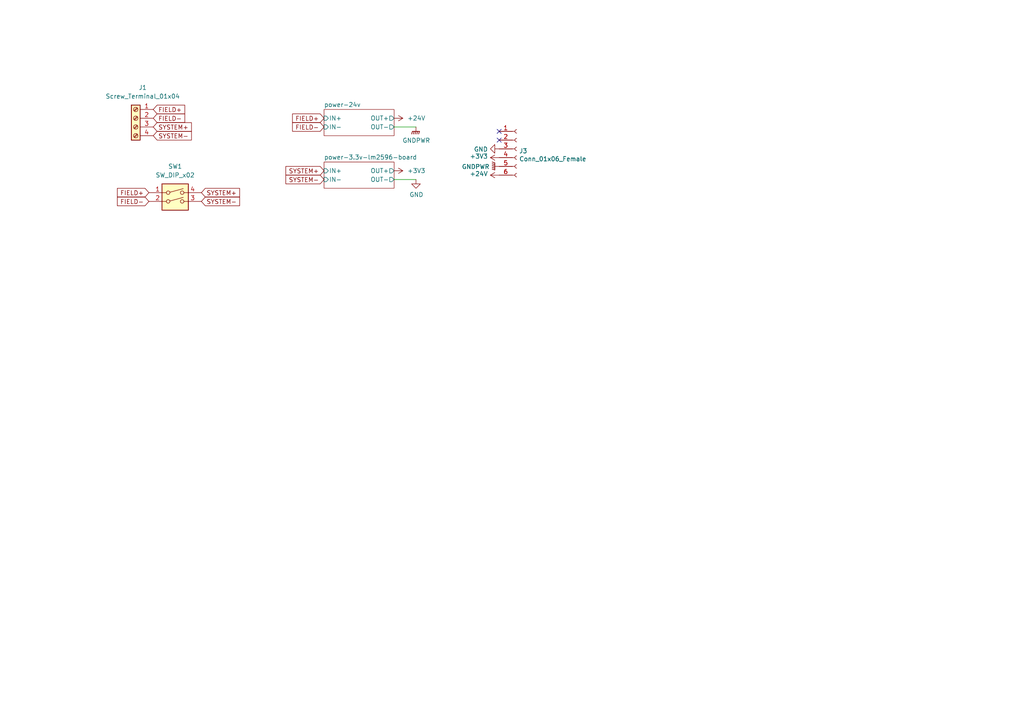
<source format=kicad_sch>
(kicad_sch (version 20210621) (generator eeschema)
  (paper "A4")
  (lib_symbols
    (symbol "Connector:Conn_01x06_Female" (pin_names (offset 1.016) hide)
      (property "Reference" "J" (at 0 7.62 0))
      (property "Value" "Conn_01x06_Female" (at 0 -10.16 0))
      (symbol "Conn_01x06_Female_1_1"
        (arc (start 0 -7.112) (end 0 -8.128) (radius (at 0 -7.62) (length 0.508) (angles 90.1 -90.1)) (stroke (width 0.1524)))
        (arc (start 0 -4.572) (end 0 -5.588) (radius (at 0 -5.08) (length 0.508) (angles 90.1 -90.1)) (stroke (width 0.1524)))
        (arc (start 0 -2.032) (end 0 -3.048) (radius (at 0 -2.54) (length 0.508) (angles 90.1 -90.1)) (stroke (width 0.1524)))
        (arc (start 0 0.508) (end 0 -0.508) (radius (at 0 0) (length 0.508) (angles 90.1 -90.1)) (stroke (width 0.1524)))
        (arc (start 0 3.048) (end 0 2.032) (radius (at 0 2.54) (length 0.508) (angles 90.1 -90.1)) (stroke (width 0.1524)))
        (arc (start 0 5.588) (end 0 4.572) (radius (at 0 5.08) (length 0.508) (angles 90.1 -90.1)) (stroke (width 0.1524)))
        (polyline (pts (xy -1.27 -7.62) (xy -0.508 -7.62)) (stroke (width 0.1524)))
        (polyline (pts (xy -1.27 -5.08) (xy -0.508 -5.08)) (stroke (width 0.1524)))
        (polyline (pts (xy -1.27 -2.54) (xy -0.508 -2.54)) (stroke (width 0.1524)))
        (polyline (pts (xy -1.27 0) (xy -0.508 0)) (stroke (width 0.1524)))
        (polyline (pts (xy -1.27 2.54) (xy -0.508 2.54)) (stroke (width 0.1524)))
        (polyline (pts (xy -1.27 5.08) (xy -0.508 5.08)) (stroke (width 0.1524)))
        (pin passive line (at -5.08 5.08 0) (length 3.81) (name "Pin_1") (number "1"))
        (pin passive line (at -5.08 2.54 0) (length 3.81) (name "Pin_2") (number "2"))
        (pin passive line (at -5.08 0 0) (length 3.81) (name "Pin_3") (number "3"))
        (pin passive line (at -5.08 -2.54 0) (length 3.81) (name "Pin_4") (number "4"))
        (pin passive line (at -5.08 -5.08 0) (length 3.81) (name "Pin_5") (number "5"))
        (pin passive line (at -5.08 -7.62 0) (length 3.81) (name "Pin_6") (number "6"))
      )
    )
    (symbol "Connector:Screw_Terminal_01x04" (pin_names (offset 1.016) hide)
      (property "Reference" "J" (at 0 5.08 0))
      (property "Value" "Screw_Terminal_01x04" (at 0 -7.62 0))
      (symbol "Screw_Terminal_01x04_1_1"
        (circle (center 0 -5.08) (radius 0.635) (stroke (width 0.1524)))
        (circle (center 0 -2.54) (radius 0.635) (stroke (width 0.1524)))
        (circle (center 0 0) (radius 0.635) (stroke (width 0.1524)))
        (circle (center 0 2.54) (radius 0.635) (stroke (width 0.1524)))
        (rectangle (start -1.27 3.81) (end 1.27 -6.35) (stroke (width 0.254)) (fill (type background)))
        (polyline (pts (xy -0.5334 -4.7498) (xy 0.3302 -5.588)) (stroke (width 0.1524)))
        (polyline (pts (xy -0.5334 -2.2098) (xy 0.3302 -3.048)) (stroke (width 0.1524)))
        (polyline (pts (xy -0.5334 0.3302) (xy 0.3302 -0.508)) (stroke (width 0.1524)))
        (polyline (pts (xy -0.5334 2.8702) (xy 0.3302 2.032)) (stroke (width 0.1524)))
        (polyline (pts (xy -0.3556 -4.572) (xy 0.508 -5.4102)) (stroke (width 0.1524)))
        (polyline (pts (xy -0.3556 -2.032) (xy 0.508 -2.8702)) (stroke (width 0.1524)))
        (polyline (pts (xy -0.3556 0.508) (xy 0.508 -0.3302)) (stroke (width 0.1524)))
        (polyline (pts (xy -0.3556 3.048) (xy 0.508 2.2098)) (stroke (width 0.1524)))
        (pin passive line (at -5.08 2.54 0) (length 3.81) (name "Pin_1") (number "1"))
        (pin passive line (at -5.08 0 0) (length 3.81) (name "Pin_2") (number "2"))
        (pin passive line (at -5.08 -2.54 0) (length 3.81) (name "Pin_3") (number "3"))
        (pin passive line (at -5.08 -5.08 0) (length 3.81) (name "Pin_4") (number "4"))
      )
    )
    (symbol "Switch:SW_DIP_x02" (pin_names (offset 0) hide)
      (property "Reference" "SW" (at 0 6.35 0))
      (property "Value" "SW_DIP_x02" (at 0 -3.81 0))
      (symbol "SW_DIP_x02_0_0"
        (circle (center -2.032 0) (radius 0.508))
        (circle (center -2.032 2.54) (radius 0.508))
        (circle (center 2.032 0) (radius 0.508))
        (circle (center 2.032 2.54) (radius 0.508))
        (polyline (pts (xy -1.524 0.127) (xy 2.3622 1.1684)))
        (polyline (pts (xy -1.524 2.667) (xy 2.3622 3.7084)))
      )
      (symbol "SW_DIP_x02_0_1"
        (rectangle (start -3.81 5.08) (end 3.81 -2.54) (stroke (width 0.254)) (fill (type background)))
      )
      (symbol "SW_DIP_x02_1_1"
        (pin passive line (at -7.62 2.54 0) (length 5.08) (name "~") (number "1"))
        (pin passive line (at -7.62 0 0) (length 5.08) (name "~") (number "2"))
        (pin passive line (at 7.62 0 180) (length 5.08) (name "~") (number "3"))
        (pin passive line (at 7.62 2.54 180) (length 5.08) (name "~") (number "4"))
      )
    )
    (symbol "power:+24V" (power) (pin_names (offset 0))
      (property "Value" "+24V" (at 0 3.556 0))
      (symbol "+24V_0_1"
        (polyline (pts (xy -0.762 1.27) (xy 0 2.54)))
        (polyline (pts (xy 0 0) (xy 0 2.54)))
        (polyline (pts (xy 0 2.54) (xy 0.762 1.27)))
      )
      (symbol "+24V_1_1"
        (pin power_in line (at 0 0 90) (length 0) hide (name "+24V") (number "1"))
      )
    )
    (symbol "power:+3.3V" (power) (pin_names (offset 0))
      (property "Value" "+3.3V" (at 0 3.556 0))
      (symbol "+3.3V_0_1"
        (polyline (pts (xy -0.762 1.27) (xy 0 2.54)))
        (polyline (pts (xy 0 0) (xy 0 2.54)))
        (polyline (pts (xy 0 2.54) (xy 0.762 1.27)))
      )
      (symbol "+3.3V_1_1"
        (pin power_in line (at 0 0 90) (length 0) hide (name "+3V3") (number "1"))
      )
    )
    (symbol "power:GND" (power) (pin_names (offset 0))
      (property "Value" "GND" (at 0 -3.81 0))
      (symbol "GND_0_1"
        (polyline (pts (xy 0 0) (xy 0 -1.27) (xy 1.27 -1.27) (xy 0 -2.54) (xy -1.27 -1.27) (xy 0 -1.27)))
      )
      (symbol "GND_1_1"
        (pin power_in line (at 0 0 270) (length 0) hide (name "GND") (number "1"))
      )
    )
    (symbol "power:GNDPWR" (power) (pin_names (offset 0))
      (property "Value" "GNDPWR" (at 0 -3.302 0))
      (symbol "GNDPWR_0_1"
        (polyline (pts (xy 0 -1.27) (xy 0 0)))
        (polyline (pts (xy -1.016 -1.27) (xy -1.27 -2.032) (xy -1.27 -2.032)) (stroke (width 0.2032)))
        (polyline (pts (xy -0.508 -1.27) (xy -0.762 -2.032) (xy -0.762 -2.032)) (stroke (width 0.2032)))
        (polyline (pts (xy 0 -1.27) (xy -0.254 -2.032) (xy -0.254 -2.032)) (stroke (width 0.2032)))
        (polyline (pts (xy 0.508 -1.27) (xy 0.254 -2.032) (xy 0.254 -2.032)) (stroke (width 0.2032)))
        (polyline (pts (xy 1.016 -1.27) (xy -1.016 -1.27) (xy -1.016 -1.27)) (stroke (width 0.2032)))
        (polyline (pts (xy 1.016 -1.27) (xy 0.762 -2.032) (xy 0.762 -2.032) (xy 0.762 -2.032)) (stroke (width 0.2032)))
      )
      (symbol "GNDPWR_1_1"
        (pin power_in line (at 0 0 270) (length 0) hide (name "GNDPWR") (number "1"))
      )
    )
  )
  (no_connect (at 144.78 38.1))
  (no_connect (at 144.78 40.64))
  (wire (pts (xy 114.3 36.83) (xy 120.65 36.83)))
  (wire (pts (xy 114.3 52.07) (xy 120.65 52.07)))
  (global_label "FIELD+" (shape input) (at 43.18 55.88 180) (property "Intersheet References" "${INTERSHEET_REFS}" (effects hide)))
  (global_label "FIELD-" (shape input) (at 43.18 58.42 180) (property "Intersheet References" "${INTERSHEET_REFS}" (effects hide)))
  (global_label "FIELD+" (shape input) (at 44.45 31.75 0) (property "Intersheet References" "${INTERSHEET_REFS}" (effects hide)))
  (global_label "FIELD-" (shape input) (at 44.45 34.29 0) (property "Intersheet References" "${INTERSHEET_REFS}" (effects hide)))
  (global_label "SYSTEM+" (shape input) (at 44.45 36.83 0) (property "Intersheet References" "${INTERSHEET_REFS}" (effects hide)))
  (global_label "SYSTEM-" (shape input) (at 44.45 39.37 0) (property "Intersheet References" "${INTERSHEET_REFS}" (effects hide)))
  (global_label "SYSTEM+" (shape input) (at 58.42 55.88 0) (property "Intersheet References" "${INTERSHEET_REFS}" (effects hide)))
  (global_label "SYSTEM-" (shape input) (at 58.42 58.42 0) (property "Intersheet References" "${INTERSHEET_REFS}" (effects hide)))
  (global_label "FIELD+" (shape input) (at 93.98 34.29 180) (property "Intersheet References" "${INTERSHEET_REFS}" (effects hide)))
  (global_label "FIELD-" (shape input) (at 93.98 36.83 180) (property "Intersheet References" "${INTERSHEET_REFS}" (effects hide)))
  (global_label "SYSTEM+" (shape input) (at 93.98 49.53 180) (property "Intersheet References" "${INTERSHEET_REFS}" (effects hide)))
  (global_label "SYSTEM-" (shape input) (at 93.98 52.07 180) (property "Intersheet References" "${INTERSHEET_REFS}" (effects hide)))
  (symbol (lib_id "power:+24V") (at 114.3 34.29 270) (unit 1)
    (property "Reference" "#PWR0104" (effects hide))
    (property "Value" "+24V" (at 118.11 34.2899 90) (effects (justify left)))
  )
  (symbol (lib_id "power:+3.3V") (at 114.3 49.53 270) (unit 1)
    (property "Reference" "#PWR0102" (effects hide))
    (property "Value" "+3.3V" (at 118.11 49.5299 90) (effects (justify left)))
  )
  (symbol (lib_id "power:+3.3V") (at 144.78 45.72 90) (unit 1)
    (property "Reference" "#PWR06" (effects hide))
    (property "Value" "+3.3V" (at 141.5288 45.339 90) (effects (justify left)))
  )
  (symbol (lib_id "power:+24V") (at 144.78 50.8 90) (unit 1)
    (property "Reference" "#PWR08" (effects hide))
    (property "Value" "+24V" (at 141.5288 50.419 90) (effects (justify left)))
  )
  (symbol (lib_id "power:GNDPWR") (at 120.65 36.83 0) (unit 1)
    (property "Reference" "#PWR0103" (effects hide))
    (property "Value" "GNDPWR" (at 120.7516 40.7416 0))
  )
  (symbol (lib_id "power:GNDPWR") (at 144.78 48.26 270) (unit 1)
    (property "Reference" "#PWR07" (effects hide))
    (property "Value" "GNDPWR" (at 142.0114 48.3616 90) (effects (justify right)))
  )
  (symbol (lib_id "power:GND") (at 120.65 52.07 0) (unit 1)
    (property "Reference" "#PWR0101" (effects hide))
    (property "Value" "GND" (at 120.777 56.4642 0))
  )
  (symbol (lib_id "power:GND") (at 144.78 43.18 270) (unit 1)
    (property "Reference" "#PWR05" (effects hide))
    (property "Value" "GND" (at 141.5288 43.307 90) (effects (justify right)))
  )
  (symbol (lib_id "Connector:Screw_Terminal_01x04") (at 39.37 34.29 0) (mirror y) (unit 1)
    (property "Reference" "J1" (at 41.402 25.4 0))
    (property "Value" "Screw_Terminal_01x04" (at 41.402 27.94 0))
    (property "Footprint" "TerminalBlock:TerminalBlock_bornier-4_P5.08mm" (effects hide))
  )
  (symbol (lib_id "Connector:Conn_01x06_Female") (at 149.86 43.18 0) (unit 1)
    (property "Reference" "J3" (at 150.5712 43.7896 0) (effects (justify left)))
    (property "Value" "Conn_01x06_Female" (at 150.5712 46.101 0) (effects (justify left)))
    (property "Footprint" "Connector_PinSocket_2.54mm:PinSocket_1x06_P2.54mm_Horizontal" (effects hide))
  )
  (symbol (lib_id "Switch:SW_DIP_x02") (at 50.8 58.42 0) (unit 1)
    (property "Reference" "SW1" (at 50.8 48.26 0))
    (property "Value" "SW_DIP_x02" (at 50.8 50.8 0))
    (property "Footprint" "Button_Switch_THT:SW_DIP_SPSTx02_Slide_9.78x7.26mm_W7.62mm_P2.54mm" (effects hide))
  )
  (sheet (at 93.98 31.75) (size 20.32 7.62) (stroke (width 0.0006))
    (property "Sheet name" "power-24v" (at 93.98 31.1143 0) (effects (justify left bottom)))
    (property "Sheet file" "../include/power-24v.kicad_sch" (effects hide))
    (pin "IN+" input (at 93.98 34.29 180))
    (pin "IN-" input (at 93.98 36.83 180))
    (pin "OUT+" output (at 114.3 34.29 0))
    (pin "OUT-" output (at 114.3 36.83 0))
  )
  (sheet (at 93.98 46.99) (size 20.32 7.62) (stroke (width 0.0006))
    (property "Sheet name" "power-3.3v-lm2596-board" (at 93.98 46.3543 0) (effects (justify left bottom)))
    (property "Sheet file" "../include/power-3.3v-lm2596-board.kicad_sch" (effects hide))
    (pin "IN+" input (at 93.98 49.53 180))
    (pin "IN-" input (at 93.98 52.07 180))
    (pin "OUT+" output (at 114.3 49.53 0))
    (pin "OUT-" output (at 114.3 52.07 0))
  )
)
</source>
